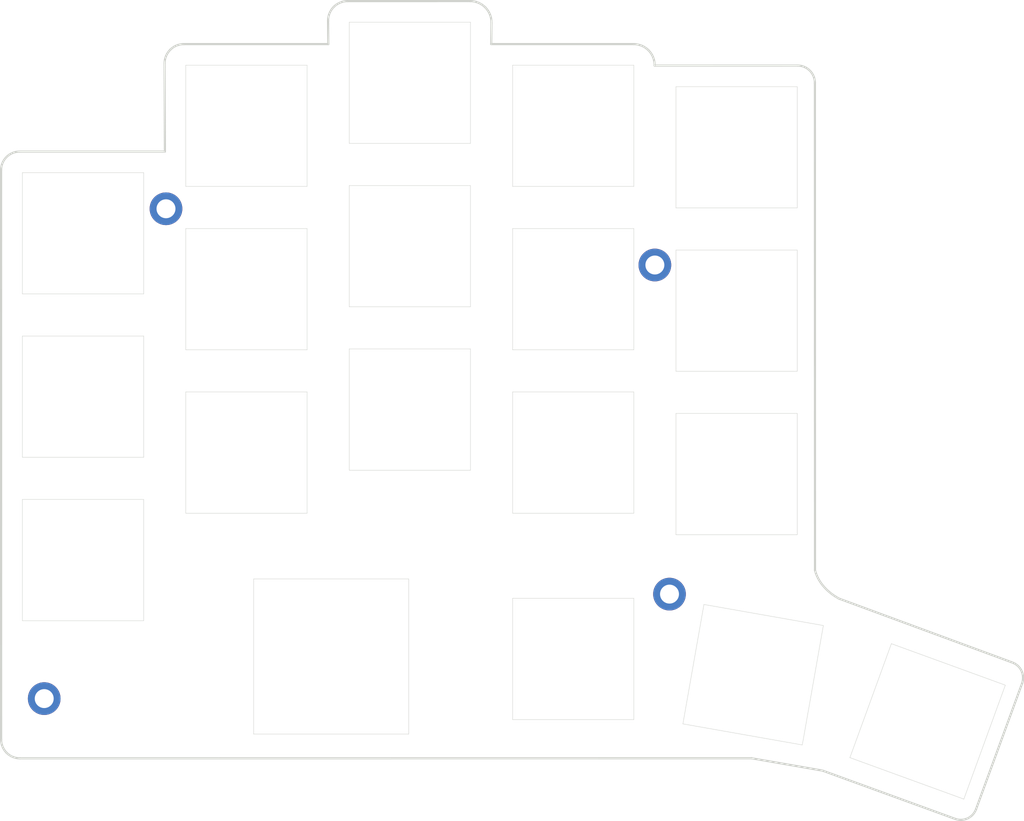
<source format=kicad_pcb>
(kicad_pcb (version 20171130) (host pcbnew "(5.1.10)-1")

  (general
    (thickness 1.6)
    (drawings 202)
    (tracks 0)
    (zones 0)
    (modules 4)
    (nets 1)
  )

  (page A4)
  (layers
    (0 F.Cu signal)
    (31 B.Cu signal)
    (32 B.Adhes user)
    (33 F.Adhes user)
    (34 B.Paste user)
    (35 F.Paste user)
    (36 B.SilkS user)
    (37 F.SilkS user)
    (38 B.Mask user)
    (39 F.Mask user)
    (40 Dwgs.User user)
    (41 Cmts.User user)
    (42 Eco1.User user)
    (43 Eco2.User user)
    (44 Edge.Cuts user)
    (45 Margin user)
    (46 B.CrtYd user)
    (47 F.CrtYd user)
    (48 B.Fab user)
    (49 F.Fab user)
  )

  (setup
    (last_trace_width 0.254)
    (trace_clearance 0.2)
    (zone_clearance 0.508)
    (zone_45_only no)
    (trace_min 0.2)
    (via_size 0.8)
    (via_drill 0.4)
    (via_min_size 0.4)
    (via_min_drill 0.3)
    (uvia_size 0.3)
    (uvia_drill 0.1)
    (uvias_allowed no)
    (uvia_min_size 0.2)
    (uvia_min_drill 0.1)
    (edge_width 0.05)
    (segment_width 0.2)
    (pcb_text_width 0.3)
    (pcb_text_size 1.5 1.5)
    (mod_edge_width 0.12)
    (mod_text_size 1 1)
    (mod_text_width 0.15)
    (pad_size 1.524 1.524)
    (pad_drill 0.762)
    (pad_to_mask_clearance 0)
    (aux_axis_origin 0 0)
    (grid_origin 145.852593 65.458404)
    (visible_elements 7FFFFFFF)
    (pcbplotparams
      (layerselection 0x010fc_ffffffff)
      (usegerberextensions false)
      (usegerberattributes true)
      (usegerberadvancedattributes true)
      (creategerberjobfile true)
      (excludeedgelayer true)
      (linewidth 0.100000)
      (plotframeref false)
      (viasonmask false)
      (mode 1)
      (useauxorigin false)
      (hpglpennumber 1)
      (hpglpenspeed 20)
      (hpglpendiameter 15.000000)
      (psnegative false)
      (psa4output false)
      (plotreference true)
      (plotvalue true)
      (plotinvisibletext false)
      (padsonsilk false)
      (subtractmaskfromsilk false)
      (outputformat 1)
      (mirror false)
      (drillshape 0)
      (scaleselection 1)
      (outputdirectory "gerbers/"))
  )

  (net 0 "")

  (net_class Default "This is the default net class."
    (clearance 0.2)
    (trace_width 0.254)
    (via_dia 0.8)
    (via_drill 0.4)
    (uvia_dia 0.3)
    (uvia_drill 0.1)
  )

  (net_class Power ""
    (clearance 0.2)
    (trace_width 0.381)
    (via_dia 0.8)
    (via_drill 0.4)
    (uvia_dia 0.3)
    (uvia_drill 0.1)
  )

  (module MountingHole:MountingHole_2.2mm_M2_DIN965_Pad (layer F.Cu) (tedit 56D1B4CB) (tstamp 61821F1C)
    (at 56.477588 112.136485)
    (descr "Mounting Hole 2.2mm, M2, DIN965")
    (tags "mounting hole 2.2mm m2 din965")
    (attr virtual)
    (fp_text reference "" (at 0 -4.2) (layer F.SilkS)
      (effects (font (size 1 1) (thickness 0.15)))
    )
    (fp_text value "" (at 0 4.2) (layer F.Fab)
      (effects (font (size 1 1) (thickness 0.15)))
    )
    (fp_circle (center 0 0) (end 1.9 0) (layer Cmts.User) (width 0.15))
    (fp_circle (center 0 0) (end 2.15 0) (layer F.CrtYd) (width 0.05))
    (fp_text user %R (at 0.3 0) (layer F.Fab)
      (effects (font (size 1 1) (thickness 0.15)))
    )
    (pad 1 thru_hole circle (at 0 0) (size 3.8 3.8) (drill 2.2) (layers *.Cu *.Mask))
  )

  (module MountingHole:MountingHole_2.2mm_M2_DIN965_Pad (layer F.Cu) (tedit 56D1B4CB) (tstamp 61821F1C)
    (at 70.637589 55.176487)
    (descr "Mounting Hole 2.2mm, M2, DIN965")
    (tags "mounting hole 2.2mm m2 din965")
    (attr virtual)
    (fp_text reference "" (at 0 -4.2) (layer F.SilkS)
      (effects (font (size 1 1) (thickness 0.15)))
    )
    (fp_text value "" (at 0 4.2) (layer F.Fab)
      (effects (font (size 1 1) (thickness 0.15)))
    )
    (fp_circle (center 0 0) (end 1.9 0) (layer Cmts.User) (width 0.15))
    (fp_circle (center 0 0) (end 2.15 0) (layer F.CrtYd) (width 0.05))
    (fp_text user %R (at 0.3 0) (layer F.Fab)
      (effects (font (size 1 1) (thickness 0.15)))
    )
    (pad 1 thru_hole circle (at 0 0) (size 3.8 3.8) (drill 2.2) (layers *.Cu *.Mask))
  )

  (module MountingHole:MountingHole_2.2mm_M2_DIN965_Pad (layer F.Cu) (tedit 56D1B4CB) (tstamp 61821F1C)
    (at 127.487585 61.716488)
    (descr "Mounting Hole 2.2mm, M2, DIN965")
    (tags "mounting hole 2.2mm m2 din965")
    (attr virtual)
    (fp_text reference "" (at 0 -4.2) (layer F.SilkS)
      (effects (font (size 1 1) (thickness 0.15)))
    )
    (fp_text value "" (at 0 4.2) (layer F.Fab)
      (effects (font (size 1 1) (thickness 0.15)))
    )
    (fp_circle (center 0 0) (end 1.9 0) (layer Cmts.User) (width 0.15))
    (fp_circle (center 0 0) (end 2.15 0) (layer F.CrtYd) (width 0.05))
    (fp_text user %R (at 0.3 0) (layer F.Fab)
      (effects (font (size 1 1) (thickness 0.15)))
    )
    (pad 1 thru_hole circle (at 0 0) (size 3.8 3.8) (drill 2.2) (layers *.Cu *.Mask))
  )

  (module MountingHole:MountingHole_2.2mm_M2_DIN965_Pad (layer F.Cu) (tedit 56D1B4CB) (tstamp 61821E14)
    (at 129.187674 99.986757)
    (descr "Mounting Hole 2.2mm, M2, DIN965")
    (tags "mounting hole 2.2mm m2 din965")
    (attr virtual)
    (fp_text reference "" (at 0 -4.2) (layer F.SilkS)
      (effects (font (size 1 1) (thickness 0.15)))
    )
    (fp_text value "" (at 0 4.2) (layer F.Fab)
      (effects (font (size 1 1) (thickness 0.15)))
    )
    (fp_circle (center 0 0) (end 1.9 0) (layer Cmts.User) (width 0.15))
    (fp_circle (center 0 0) (end 2.15 0) (layer F.CrtYd) (width 0.05))
    (fp_text user %R (at 0.3 0) (layer F.Fab)
      (effects (font (size 1 1) (thickness 0.15)))
    )
    (pad 1 thru_hole circle (at 0 0) (size 3.8 3.8) (drill 2.2) (layers *.Cu *.Mask))
  )

  (gr_line (start 133.193918 101.19129) (end 130.745479 115.077079) (layer Edge.Cuts) (width 0.05) (tstamp 61B3843E))
  (gr_line (start 130.745479 115.077079) (end 144.631268 117.525518) (layer Edge.Cuts) (width 0.05) (tstamp 61B3843D))
  (gr_line (start 147.079707 103.639729) (end 133.193918 101.19129) (layer Edge.Cuts) (width 0.05) (tstamp 61B3843C))
  (gr_line (start 144.631268 117.525518) (end 147.079707 103.639729) (layer Edge.Cuts) (width 0.05) (tstamp 61B3843B))
  (gr_line (start 163.416184 123.824479) (end 168.238668 110.574813) (layer Edge.Cuts) (width 0.05) (tstamp 61B3843B))
  (gr_line (start 150.166518 119.001995) (end 163.416184 123.824479) (layer Edge.Cuts) (width 0.05) (tstamp 61B3843D))
  (gr_line (start 168.238668 110.574813) (end 154.989002 105.752329) (layer Edge.Cuts) (width 0.05) (tstamp 61B3843C))
  (gr_line (start 154.989002 105.752329) (end 150.166518 119.001995) (layer Edge.Cuts) (width 0.05) (tstamp 61B3843E))
  (gr_line (start 110.942593 114.578404) (end 125.042593 114.578404) (layer Edge.Cuts) (width 0.05) (tstamp 61B3843D))
  (gr_line (start 125.042593 100.478404) (end 110.942593 100.478404) (layer Edge.Cuts) (width 0.05) (tstamp 61B3843C))
  (gr_line (start 125.042593 114.578404) (end 125.042593 100.478404) (layer Edge.Cuts) (width 0.05) (tstamp 61B3843B))
  (gr_line (start 110.942593 100.478404) (end 110.942593 114.578404) (layer Edge.Cuts) (width 0.05) (tstamp 61B3843E))
  (gr_line (start 98.862593 116.258404) (end 98.862593 98.224404) (layer Edge.Cuts) (width 0.05))
  (gr_line (start 98.862593 98.224404) (end 80.828593 98.224404) (layer Edge.Cuts) (width 0.05) (tstamp 61B38410))
  (gr_line (start 80.828593 98.224404) (end 80.828593 116.258404) (layer Edge.Cuts) (width 0.05))
  (gr_line (start 80.828593 116.258404) (end 98.862593 116.258404) (layer Edge.Cuts) (width 0.05))
  (gr_line (start 144.042593 93.078404) (end 144.042593 78.978404) (layer Edge.Cuts) (width 0.05) (tstamp 61B3843B))
  (gr_line (start 129.942593 78.978404) (end 129.942593 93.078404) (layer Edge.Cuts) (width 0.05) (tstamp 61B3843E))
  (gr_line (start 129.942593 93.078404) (end 144.042593 93.078404) (layer Edge.Cuts) (width 0.05) (tstamp 61B3843D))
  (gr_line (start 144.042593 78.978404) (end 129.942593 78.978404) (layer Edge.Cuts) (width 0.05) (tstamp 61B3843C))
  (gr_line (start 144.042593 74.078404) (end 144.042593 59.978404) (layer Edge.Cuts) (width 0.05) (tstamp 61B3843B))
  (gr_line (start 129.942593 55.078404) (end 144.042593 55.078404) (layer Edge.Cuts) (width 0.05) (tstamp 61B3843D))
  (gr_line (start 144.042593 40.978404) (end 129.942593 40.978404) (layer Edge.Cuts) (width 0.05) (tstamp 61B3843C))
  (gr_line (start 144.042593 55.078404) (end 144.042593 40.978404) (layer Edge.Cuts) (width 0.05) (tstamp 61B3843B))
  (gr_line (start 144.042593 59.978404) (end 129.942593 59.978404) (layer Edge.Cuts) (width 0.05) (tstamp 61B3843C))
  (gr_line (start 129.942593 74.078404) (end 144.042593 74.078404) (layer Edge.Cuts) (width 0.05) (tstamp 61B3843D))
  (gr_line (start 129.942593 40.978404) (end 129.942593 55.078404) (layer Edge.Cuts) (width 0.05) (tstamp 61B3843E))
  (gr_line (start 106.042593 47.578404) (end 106.042593 33.478404) (layer Edge.Cuts) (width 0.05) (tstamp 61B3843B))
  (gr_line (start 110.942593 38.478404) (end 110.942593 52.578404) (layer Edge.Cuts) (width 0.05) (tstamp 61B3843E))
  (gr_line (start 125.042593 52.578404) (end 125.042593 38.478404) (layer Edge.Cuts) (width 0.05) (tstamp 61B3843B))
  (gr_line (start 91.942593 47.578404) (end 106.042593 47.578404) (layer Edge.Cuts) (width 0.05) (tstamp 61B3843D))
  (gr_line (start 91.942593 33.478404) (end 91.942593 47.578404) (layer Edge.Cuts) (width 0.05) (tstamp 61B3843E))
  (gr_line (start 72.942593 38.478404) (end 72.942593 52.578404) (layer Edge.Cuts) (width 0.05) (tstamp 61B3843E))
  (gr_line (start 87.042593 52.578404) (end 87.042593 38.478404) (layer Edge.Cuts) (width 0.05) (tstamp 61B3843B))
  (gr_line (start 129.942593 59.978404) (end 129.942593 74.078404) (layer Edge.Cuts) (width 0.05) (tstamp 61B3843E))
  (gr_line (start 110.942593 57.478404) (end 110.942593 71.578404) (layer Edge.Cuts) (width 0.05) (tstamp 61B3843E))
  (gr_line (start 110.942593 71.578404) (end 125.042593 71.578404) (layer Edge.Cuts) (width 0.05) (tstamp 61B3843D))
  (gr_line (start 72.942593 57.478404) (end 72.942593 71.578404) (layer Edge.Cuts) (width 0.05) (tstamp 61B3843E))
  (gr_line (start 91.942593 71.478404) (end 91.942593 85.578404) (layer Edge.Cuts) (width 0.05) (tstamp 61B3843E))
  (gr_line (start 125.042593 71.578404) (end 125.042593 57.478404) (layer Edge.Cuts) (width 0.05) (tstamp 61B3843B))
  (gr_line (start 106.042593 71.478404) (end 91.942593 71.478404) (layer Edge.Cuts) (width 0.05) (tstamp 61B3843C))
  (gr_line (start 106.042593 85.578404) (end 106.042593 71.478404) (layer Edge.Cuts) (width 0.05) (tstamp 61B3843B))
  (gr_line (start 68.042593 84.078404) (end 68.042593 69.978404) (layer Edge.Cuts) (width 0.05) (tstamp 61B3843B))
  (gr_line (start 87.042593 71.578404) (end 87.042593 57.478404) (layer Edge.Cuts) (width 0.05) (tstamp 61B3843B))
  (gr_line (start 68.042593 69.978404) (end 53.942593 69.978404) (layer Edge.Cuts) (width 0.05) (tstamp 61B3843C))
  (gr_line (start 72.942593 71.578404) (end 87.042593 71.578404) (layer Edge.Cuts) (width 0.05) (tstamp 61B3843D))
  (gr_line (start 72.942593 76.478404) (end 72.942593 90.578404) (layer Edge.Cuts) (width 0.05) (tstamp 61B3843E))
  (gr_line (start 91.942593 85.578404) (end 106.042593 85.578404) (layer Edge.Cuts) (width 0.05) (tstamp 61B3843D))
  (gr_line (start 72.942593 90.578404) (end 87.042593 90.578404) (layer Edge.Cuts) (width 0.05) (tstamp 61B3843D))
  (gr_line (start 87.042593 76.478404) (end 72.942593 76.478404) (layer Edge.Cuts) (width 0.05) (tstamp 61B3843C))
  (gr_line (start 87.042593 90.578404) (end 87.042593 76.478404) (layer Edge.Cuts) (width 0.05) (tstamp 61B3843B))
  (gr_line (start 68.042593 103.078404) (end 68.042593 88.978404) (layer Edge.Cuts) (width 0.05) (tstamp 61B3843B))
  (gr_line (start 53.942593 103.078404) (end 68.042593 103.078404) (layer Edge.Cuts) (width 0.05) (tstamp 61B3843D))
  (gr_line (start 53.942593 84.078404) (end 68.042593 84.078404) (layer Edge.Cuts) (width 0.05) (tstamp 61B3843D))
  (gr_line (start 68.042593 88.978404) (end 53.942593 88.978404) (layer Edge.Cuts) (width 0.05) (tstamp 61B3843C))
  (gr_line (start 110.942593 76.478404) (end 110.942593 90.578404) (layer Edge.Cuts) (width 0.05) (tstamp 61B3843E))
  (gr_line (start 125.042593 76.478404) (end 110.942593 76.478404) (layer Edge.Cuts) (width 0.05) (tstamp 61B3843C))
  (gr_line (start 125.042593 90.578404) (end 125.042593 76.478404) (layer Edge.Cuts) (width 0.05) (tstamp 61B3843B))
  (gr_line (start 110.942593 90.578404) (end 125.042593 90.578404) (layer Edge.Cuts) (width 0.05) (tstamp 61B3843D))
  (gr_line (start 125.042593 57.478404) (end 110.942593 57.478404) (layer Edge.Cuts) (width 0.05) (tstamp 61B3843C))
  (gr_line (start 106.042593 52.478404) (end 91.942593 52.478404) (layer Edge.Cuts) (width 0.05) (tstamp 61B3843C))
  (gr_line (start 106.042593 66.578404) (end 106.042593 52.478404) (layer Edge.Cuts) (width 0.05) (tstamp 61B3843B))
  (gr_line (start 110.942593 52.578404) (end 125.042593 52.578404) (layer Edge.Cuts) (width 0.05) (tstamp 61B3843D))
  (gr_line (start 91.942593 66.578404) (end 106.042593 66.578404) (layer Edge.Cuts) (width 0.05) (tstamp 61B3843D))
  (gr_line (start 125.042593 38.478404) (end 110.942593 38.478404) (layer Edge.Cuts) (width 0.05) (tstamp 61B3843C))
  (gr_line (start 106.042593 33.478404) (end 91.942593 33.478404) (layer Edge.Cuts) (width 0.05) (tstamp 61B3843C))
  (gr_line (start 91.942593 52.478404) (end 91.942593 66.578404) (layer Edge.Cuts) (width 0.05) (tstamp 61B3843E))
  (gr_line (start 72.942593 52.578404) (end 87.042593 52.578404) (layer Edge.Cuts) (width 0.05) (tstamp 61B3843D))
  (gr_line (start 87.042593 57.478404) (end 72.942593 57.478404) (layer Edge.Cuts) (width 0.05) (tstamp 61B3843C))
  (gr_line (start 87.042593 38.478404) (end 72.942593 38.478404) (layer Edge.Cuts) (width 0.05) (tstamp 61B3843C))
  (gr_line (start 53.942593 65.078404) (end 68.042593 65.078404) (layer Edge.Cuts) (width 0.05) (tstamp 61B3843D))
  (gr_line (start 53.942593 88.978404) (end 53.942593 103.078404) (layer Edge.Cuts) (width 0.05) (tstamp 61B3843E))
  (gr_line (start 53.942593 69.978404) (end 53.942593 84.078404) (layer Edge.Cuts) (width 0.05) (tstamp 61B3843E))
  (gr_line (start 68.042593 65.078404) (end 68.042593 50.978404) (layer Edge.Cuts) (width 0.05) (tstamp 61B3843B))
  (gr_line (start 53.942593 50.978404) (end 53.942593 65.078404) (layer Edge.Cuts) (width 0.05) (tstamp 61B3843E))
  (gr_line (start 68.042593 50.978404) (end 53.942593 50.978404) (layer Edge.Cuts) (width 0.05) (tstamp 61B3843C))
  (gr_curve (pts (xy 54.49676 116.588421) (xy 54.520043 116.220121) (xy 54.412093 115.892037) (xy 54.175026 115.612637)) (layer F.SilkS) (width 0.00192))
  (gr_curve (pts (xy 63.420626 115.202004) (xy 63.365593 115.240104) (xy 63.316909 115.271854) (xy 63.270343 115.307838)) (layer B.SilkS) (width 0.00192))
  (gr_curve (pts (xy 54.43326 115.625337) (xy 54.824843 116.114287) (xy 54.841776 116.802204) (xy 54.456543 117.318671)) (layer F.SilkS) (width 0.00192))
  (gr_curve (pts (xy 53.700893 115.151204) (xy 53.997226 115.227404) (xy 54.24276 115.386154) (xy 54.43326 115.625337)) (layer F.SilkS) (width 0.00192))
  (gr_curve (pts (xy 64.360426 117.297504) (xy 63.958259 116.778921) (xy 63.987893 116.116404) (xy 64.301159 115.663438)) (layer B.SilkS) (width 0.00192))
  (gr_curve (pts (xy 64.779526 115.403088) (xy 64.728726 115.447537) (xy 64.680043 115.494104) (xy 64.635593 115.544904)) (layer B.SilkS) (width 0.00192))
  (gr_line (start 60.781143 116.482588) (end 60.781143 116.482588) (layer B.SilkS) (width 0.00192))
  (gr_curve (pts (xy 63.435443 117.714488) (xy 63.014226 117.926154) (xy 62.277626 117.875354) (xy 61.835243 117.318671)) (layer B.SilkS) (width 0.00192))
  (gr_line (start 53.294493 117.856304) (end 53.294493 117.856304) (layer B.SilkS) (width 0.00192))
  (gr_curve (pts (xy 54.507343 116.596888) (xy 54.530626 116.228588) (xy 54.422676 115.900504) (xy 54.185609 115.621104)) (layer B.SilkS) (width 0.00192))
  (gr_curve (pts (xy 64.301159 115.663438) (xy 64.474726 115.411554) (xy 64.705443 115.231638) (xy 64.995426 115.134271)) (layer B.SilkS) (width 0.00192))
  (gr_curve (pts (xy 63.299976 117.619238) (xy 63.342309 117.650988) (xy 63.388876 117.680621) (xy 63.435443 117.714488)) (layer B.SilkS) (width 0.00192))
  (gr_curve (pts (xy 64.305393 116.275154) (xy 64.294809 116.342888) (xy 64.294809 116.408504) (xy 64.299043 116.476237)) (layer B.SilkS) (width 0.00192))
  (gr_curve (pts (xy 65.128776 115.187188) (xy 65.065276 115.218938) (xy 65.001776 115.248571) (xy 64.942509 115.284554)) (layer B.SilkS) (width 0.00192))
  (gr_curve (pts (xy 54.185609 115.621104) (xy 53.950659 115.341704) (xy 53.641626 115.185071) (xy 53.279676 115.132154)) (layer B.SilkS) (width 0.00192))
  (gr_curve (pts (xy 56.945743 115.599938) (xy 57.369076 116.086771) (xy 57.381776 116.853004) (xy 56.973259 117.356771)) (layer B.SilkS) (width 0.00192))
  (gr_curve (pts (xy 65.503426 115.068654) (xy 65.448393 115.108871) (xy 65.380659 115.102521) (xy 65.319276 115.121571)) (layer B.SilkS) (width 0.00192))
  (gr_curve (pts (xy 55.432326 117.718721) (xy 55.739243 117.536688) (xy 55.910693 117.259404) (xy 55.974193 116.916504)) (layer B.SilkS) (width 0.00192))
  (gr_curve (pts (xy 55.394226 117.756821) (xy 55.398459 117.735654) (xy 55.415393 117.729304) (xy 55.432326 117.718721)) (layer B.SilkS) (width 0.00192))
  (gr_line (start 55.394226 117.756821) (end 55.394226 117.756821) (layer B.SilkS) (width 0.00192))
  (gr_curve (pts (xy 59.506909 117.843604) (xy 58.670826 117.898638) (xy 58.084509 117.248821) (xy 58.040059 116.575721)) (layer B.SilkS) (width 0.00192))
  (gr_curve (pts (xy 64.995426 115.134271) (xy 65.160526 115.079238) (xy 65.329859 115.051721) (xy 65.503426 115.068654)) (layer B.SilkS) (width 0.00192))
  (gr_curve (pts (xy 64.942509 115.284554) (xy 64.885359 115.320538) (xy 64.830326 115.358638) (xy 64.779526 115.403088)) (layer B.SilkS) (width 0.00192))
  (gr_curve (pts (xy 64.30751 116.668854) (xy 64.41546 117.231887) (xy 64.84726 117.701787) (xy 65.522476 117.788571)) (layer F.SilkS) (width 0.00192))
  (gr_curve (pts (xy 56.93516 115.591471) (xy 57.358493 116.078304) (xy 57.371193 116.844537) (xy 56.962676 117.348304)) (layer F.SilkS) (width 0.00192))
  (gr_curve (pts (xy 65.492843 115.060187) (xy 65.43781 115.100404) (xy 65.370076 115.094054) (xy 65.308693 115.113104)) (layer F.SilkS) (width 0.00192))
  (gr_curve (pts (xy 64.29481 116.266687) (xy 64.284226 116.334421) (xy 64.284226 116.400037) (xy 64.28846 116.46777)) (layer F.SilkS) (width 0.00192))
  (gr_curve (pts (xy 55.37306 115.227404) (xy 55.726543 115.03902) (xy 56.448326 115.032671) (xy 56.93516 115.591471)) (layer F.SilkS) (width 0.00192))
  (gr_line (start 65.522476 117.788571) (end 65.522476 117.788571) (layer F.SilkS) (width 0.00192))
  (gr_curve (pts (xy 55.44291 115.282437) (xy 55.419626 115.265504) (xy 55.387876 115.257037) (xy 55.37306 115.227404)) (layer F.SilkS) (width 0.00192))
  (gr_line (start 53.28391 117.847837) (end 53.28391 117.847837) (layer F.SilkS) (width 0.00192))
  (gr_curve (pts (xy 64.28846 116.46777) (xy 64.292693 116.535504) (xy 64.29481 116.603237) (xy 64.30751 116.668854)) (layer F.SilkS) (width 0.00192))
  (gr_curve (pts (xy 65.308693 115.113104) (xy 65.245193 115.134271) (xy 65.179576 115.149087) (xy 65.118193 115.178721)) (layer F.SilkS) (width 0.00192))
  (gr_curve (pts (xy 54.456543 117.318671) (xy 54.12846 117.763171) (xy 53.56331 117.921921) (xy 53.28391 117.847837)) (layer F.SilkS) (width 0.00192))
  (gr_curve (pts (xy 55.421743 117.710254) (xy 55.72866 117.528221) (xy 55.90011 117.250937) (xy 55.96361 116.908037)) (layer F.SilkS) (width 0.00192))
  (gr_curve (pts (xy 64.502243 115.695187) (xy 64.464143 115.750221) (xy 64.432393 115.809487) (xy 64.406993 115.872987)) (layer F.SilkS) (width 0.00192))
  (gr_curve (pts (xy 55.96361 116.908037) (xy 56.02711 116.567254) (xy 56.02076 116.226471) (xy 55.914926 115.894154)) (layer F.SilkS) (width 0.00192))
  (gr_curve (pts (xy 62.85336 115.913204) (xy 62.75811 116.292087) (xy 62.75811 116.668854) (xy 62.874526 117.043504)) (layer F.SilkS) (width 0.00192))
  (gr_curve (pts (xy 63.289393 117.610771) (xy 63.331726 117.642521) (xy 63.378293 117.672154) (xy 63.42486 117.706021)) (layer F.SilkS) (width 0.00192))
  (gr_curve (pts (xy 53.28391 117.847837) (xy 54.111526 117.722954) (xy 54.46501 117.071021) (xy 54.49676 116.588421)) (layer F.SilkS) (width 0.00192))
  (gr_curve (pts (xy 65.522476 117.788571) (xy 65.19651 117.862654) (xy 64.65676 117.686971) (xy 64.349843 117.289037)) (layer F.SilkS) (width 0.00192))
  (gr_curve (pts (xy 64.768943 115.394621) (xy 64.718143 115.43907) (xy 64.66946 115.485637) (xy 64.62501 115.536437)) (layer F.SilkS) (width 0.00192))
  (gr_curve (pts (xy 64.290576 115.654971) (xy 64.464143 115.403087) (xy 64.69486 115.223171) (xy 64.984843 115.125804)) (layer F.SilkS) (width 0.00192))
  (gr_curve (pts (xy 63.410043 115.193537) (xy 63.35501 115.231637) (xy 63.306326 115.263387) (xy 63.25976 115.299371)) (layer F.SilkS) (width 0.00192))
  (gr_curve (pts (xy 64.62501 115.536437) (xy 64.58056 115.587237) (xy 64.540343 115.642271) (xy 64.502243 115.695187)) (layer F.SilkS) (width 0.00192))
  (gr_line (start 60.77056 116.474121) (end 60.77056 116.474121) (layer F.SilkS) (width 0.00192))
  (gr_curve (pts (xy 53.294493 117.856304) (xy 54.122109 117.731421) (xy 54.475593 117.079488) (xy 54.507343 116.596888)) (layer B.SilkS) (width 0.00192))
  (gr_curve (pts (xy 53.279676 115.132154) (xy 53.427843 115.100404) (xy 53.56966 115.123688) (xy 53.711476 115.159671)) (layer B.SilkS) (width 0.00192))
  (gr_curve (pts (xy 55.453493 115.290904) (xy 55.430209 115.273971) (xy 55.398459 115.265504) (xy 55.383643 115.235871)) (layer B.SilkS) (width 0.00192))
  (gr_curve (pts (xy 55.974193 116.916504) (xy 56.037693 116.575721) (xy 56.031343 116.234938) (xy 55.925509 115.902621)) (layer B.SilkS) (width 0.00192))
  (gr_curve (pts (xy 54.467126 117.327138) (xy 54.139043 117.771638) (xy 53.573893 117.930388) (xy 53.294493 117.856304)) (layer B.SilkS) (width 0.00192))
  (gr_curve (pts (xy 64.417576 115.881454) (xy 64.392176 115.942838) (xy 64.366776 116.006338) (xy 64.347726 116.069838)) (layer B.SilkS) (width 0.00192))
  (gr_curve (pts (xy 64.347726 116.069838) (xy 64.328676 116.137571) (xy 64.315976 116.207421) (xy 64.305393 116.275154)) (layer B.SilkS) (width 0.00192))
  (gr_curve (pts (xy 53.711476 115.159671) (xy 54.007809 115.235871) (xy 54.253343 115.394621) (xy 54.443843 115.633804)) (layer B.SilkS) (width 0.00192))
  (gr_curve (pts (xy 64.318093 116.677321) (xy 64.426043 117.240354) (xy 64.857843 117.710254) (xy 65.533059 117.797038)) (layer B.SilkS) (width 0.00192))
  (gr_curve (pts (xy 65.319276 115.121571) (xy 65.255776 115.142738) (xy 65.190159 115.157554) (xy 65.128776 115.187188)) (layer B.SilkS) (width 0.00192))
  (gr_curve (pts (xy 64.635593 115.544904) (xy 64.591143 115.595704) (xy 64.550926 115.650738) (xy 64.512826 115.703654)) (layer B.SilkS) (width 0.00192))
  (gr_curve (pts (xy 55.383643 115.235871) (xy 55.737126 115.047487) (xy 56.458909 115.041138) (xy 56.945743 115.599938)) (layer B.SilkS) (width 0.00192))
  (gr_curve (pts (xy 58.040059 116.575721) (xy 57.985026 115.781971) (xy 58.600976 115.144854) (xy 59.333343 115.104638)) (layer B.SilkS) (width 0.00192))
  (gr_curve (pts (xy 60.781143 116.482588) (xy 60.785376 117.193787) (xy 60.220226 117.799154) (xy 59.506909 117.843604)) (layer B.SilkS) (width 0.00192))
  (gr_curve (pts (xy 55.925509 115.902621) (xy 55.842959 115.642271) (xy 55.675743 115.443304) (xy 55.453493 115.290904)) (layer B.SilkS) (width 0.00192))
  (gr_curve (pts (xy 62.885109 117.051971) (xy 62.959193 117.286921) (xy 63.101009 117.475304) (xy 63.299976 117.619238)) (layer B.SilkS) (width 0.00192))
  (gr_curve (pts (xy 56.973259 117.356771) (xy 56.501243 117.932504) (xy 55.760409 117.947321) (xy 55.394226 117.756821)) (layer B.SilkS) (width 0.00192))
  (gr_curve (pts (xy 64.512826 115.703654) (xy 64.474726 115.758688) (xy 64.442976 115.817954) (xy 64.417576 115.881454)) (layer B.SilkS) (width 0.00192))
  (gr_curve (pts (xy 61.835243 117.318671) (xy 61.411909 116.785271) (xy 61.445776 116.038088) (xy 61.879693 115.547021)) (layer B.SilkS) (width 0.00192))
  (gr_curve (pts (xy 61.879693 115.547021) (xy 62.349593 115.015738) (xy 63.073493 115.011504) (xy 63.420626 115.202004)) (layer B.SilkS) (width 0.00192))
  (gr_curve (pts (xy 54.443843 115.633804) (xy 54.835426 116.122754) (xy 54.852359 116.810671) (xy 54.467126 117.327138)) (layer B.SilkS) (width 0.00192))
  (gr_curve (pts (xy 64.299043 116.476237) (xy 64.303276 116.543971) (xy 64.305393 116.611704) (xy 64.318093 116.677321)) (layer B.SilkS) (width 0.00192))
  (gr_curve (pts (xy 62.863943 115.921671) (xy 62.768693 116.300554) (xy 62.768693 116.677321) (xy 62.885109 117.051971)) (layer B.SilkS) (width 0.00192))
  (gr_line (start 63.420626 115.202004) (end 63.420626 115.202004) (layer B.SilkS) (width 0.00192))
  (gr_curve (pts (xy 59.333343 115.104638) (xy 60.076293 115.062304) (xy 60.783259 115.650738) (xy 60.781143 116.482588)) (layer B.SilkS) (width 0.00192))
  (gr_curve (pts (xy 65.533059 117.797038) (xy 65.207093 117.871121) (xy 64.667343 117.695438) (xy 64.360426 117.297504)) (layer B.SilkS) (width 0.00192))
  (gr_curve (pts (xy 63.270343 115.307838) (xy 63.062909 115.464471) (xy 62.927443 115.671904) (xy 62.863943 115.921671)) (layer B.SilkS) (width 0.00192))
  (gr_line (start 65.533059 117.797038) (end 65.533059 117.797038) (layer B.SilkS) (width 0.00192))
  (gr_curve (pts (xy 62.874526 117.043504) (xy 62.94861 117.278454) (xy 63.090426 117.466837) (xy 63.289393 117.610771)) (layer F.SilkS) (width 0.00192))
  (gr_curve (pts (xy 54.175026 115.612637) (xy 53.940076 115.333237) (xy 53.631043 115.176604) (xy 53.269093 115.123687)) (layer F.SilkS) (width 0.00192))
  (gr_curve (pts (xy 61.82466 117.310204) (xy 61.401326 116.776804) (xy 61.435193 116.029621) (xy 61.86911 115.538554)) (layer F.SilkS) (width 0.00192))
  (gr_line (start 55.383643 117.748354) (end 55.383643 117.748354) (layer F.SilkS) (width 0.00192))
  (gr_curve (pts (xy 64.931926 115.276087) (xy 64.874776 115.312071) (xy 64.819743 115.350171) (xy 64.768943 115.394621)) (layer F.SilkS) (width 0.00192))
  (gr_curve (pts (xy 59.32276 115.096171) (xy 60.06571 115.053837) (xy 60.772676 115.642271) (xy 60.77056 116.474121)) (layer F.SilkS) (width 0.00192))
  (gr_line (start 63.410043 115.193537) (end 63.410043 115.193537) (layer F.SilkS) (width 0.00192))
  (gr_curve (pts (xy 55.383643 117.748354) (xy 55.387876 117.727187) (xy 55.40481 117.720837) (xy 55.421743 117.710254)) (layer F.SilkS) (width 0.00192))
  (gr_curve (pts (xy 60.77056 116.474121) (xy 60.774793 117.18532) (xy 60.209643 117.790687) (xy 59.496326 117.835137)) (layer F.SilkS) (width 0.00192))
  (gr_curve (pts (xy 63.42486 117.706021) (xy 63.003643 117.917687) (xy 62.267043 117.866887) (xy 61.82466 117.310204)) (layer F.SilkS) (width 0.00192))
  (gr_curve (pts (xy 56.962676 117.348304) (xy 56.49066 117.924037) (xy 55.749826 117.938854) (xy 55.383643 117.748354)) (layer F.SilkS) (width 0.00192))
  (gr_curve (pts (xy 53.269093 115.123687) (xy 53.41726 115.091937) (xy 53.559077 115.115221) (xy 53.700893 115.151204)) (layer F.SilkS) (width 0.00192))
  (gr_curve (pts (xy 64.406993 115.872987) (xy 64.381593 115.934371) (xy 64.356193 115.997871) (xy 64.337143 116.061371)) (layer F.SilkS) (width 0.00192))
  (gr_curve (pts (xy 58.029476 116.567254) (xy 57.974443 115.773504) (xy 58.590393 115.136387) (xy 59.32276 115.096171)) (layer F.SilkS) (width 0.00192))
  (gr_curve (pts (xy 64.349843 117.289037) (xy 63.947676 116.770454) (xy 63.97731 116.107937) (xy 64.290576 115.654971)) (layer F.SilkS) (width 0.00192))
  (gr_curve (pts (xy 59.496326 117.835137) (xy 58.660243 117.890171) (xy 58.073926 117.240354) (xy 58.029476 116.567254)) (layer F.SilkS) (width 0.00192))
  (gr_curve (pts (xy 55.914926 115.894154) (xy 55.832376 115.633804) (xy 55.66516 115.434837) (xy 55.44291 115.282437)) (layer F.SilkS) (width 0.00192))
  (gr_curve (pts (xy 64.984843 115.125804) (xy 65.149943 115.070771) (xy 65.319276 115.043254) (xy 65.492843 115.060187)) (layer F.SilkS) (width 0.00192))
  (gr_curve (pts (xy 64.337143 116.061371) (xy 64.318093 116.129104) (xy 64.305393 116.198954) (xy 64.29481 116.266687)) (layer F.SilkS) (width 0.00192))
  (gr_curve (pts (xy 65.118193 115.178721) (xy 65.054693 115.210471) (xy 64.991193 115.240104) (xy 64.931926 115.276087)) (layer F.SilkS) (width 0.00192))
  (gr_curve (pts (xy 63.25976 115.299371) (xy 63.052326 115.456004) (xy 62.91686 115.663437) (xy 62.85336 115.913204)) (layer F.SilkS) (width 0.00192))
  (gr_curve (pts (xy 61.86911 115.538554) (xy 62.33901 115.007271) (xy 63.06291 115.003037) (xy 63.410043 115.193537)) (layer F.SilkS) (width 0.00192))
  (gr_curve (pts (xy 148.900593 100.510404) (xy 147.62539 99.825266) (xy 146.480177 98.679288) (xy 146.106593 97.208404)) (layer Edge.Cuts) (width 0.25) (tstamp 61B37F8D))
  (gr_line (start 127.462596 38.525458) (end 144.074593 38.521704) (layer Edge.Cuts) (width 0.25) (tstamp 61A1B152))
  (gr_curve (pts (xy 52.107378 118.442147) (xy 51.696491 118.031238) (xy 51.465707 117.473922) (xy 51.465795 116.892833)) (layer Edge.Cuts) (width 0.25) (tstamp 61A1B14F))
  (gr_line (start 162.413393 126.126304) (end 146.983414 120.510248) (layer Edge.Cuts) (width 0.25) (tstamp 61A1B14A))
  (gr_line (start 146.983414 120.510248) (end 138.740593 119.076352) (layer Edge.Cuts) (width 0.25) (tstamp 61A1B148))
  (gr_line (start 138.740593 119.076352) (end 53.656647 119.083807) (layer Edge.Cuts) (width 0.25) (tstamp 61A1B146))
  (gr_line (start 51.465795 116.892833) (end 51.460425 50.682975) (layer Edge.Cuts) (width 0.25) (tstamp 61A1B145))
  (gr_curve (pts (xy 53.656647 119.083807) (xy 53.075559 119.083871) (xy 52.518255 118.85305) (xy 52.107378 118.442147)) (layer Edge.Cuts) (width 0.25) (tstamp 61A1B140))
  (gr_line (start 89.511871 36.027018) (end 89.484135 33.331526) (layer Edge.Cuts) (width 0.25) (tstamp 61A1B13F))
  (gr_line (start 70.511889 48.525643) (end 70.471881 38.284649) (layer Edge.Cuts) (width 0.25) (tstamp 61A1B13E))
  (gr_curve (pts (xy 106.005278 31.025537) (xy 106.667658 31.025516) (xy 107.30254 31.290364) (xy 107.768538 31.761096)) (layer Edge.Cuts) (width 0.25) (tstamp 61A1B13D))
  (gr_curve (pts (xy 126.761564 36.762361) (xy 127.222694 37.232854) (xy 127.475073 37.869129) (xy 127.461814 38.527787)) (layer Edge.Cuts) (width 0.25) (tstamp 61A1B13B))
  (gr_line (start 72.720645 36.027071) (end 89.511871 36.027018) (layer Edge.Cuts) (width 0.25) (tstamp 61A1B13A))
  (gr_curve (pts (xy 71.127405 36.688835) (xy 71.549388 36.265206) (xy 72.122705 36.027067) (xy 72.720645 36.027071)) (layer Edge.Cuts) (width 0.25) (tstamp 61A1B139))
  (gr_line (start 91.765892 31.026073) (end 106.005278 31.025537) (layer Edge.Cuts) (width 0.25) (tstamp 61A1B136))
  (gr_curve (pts (xy 51.460425 50.682975) (xy 51.46053 49.491857) (xy 52.426121 48.526319) (xy 53.617224 48.526272)) (layer Edge.Cuts) (width 0.25) (tstamp 61A1B135))
  (gr_line (start 108.486229 33.531712) (end 108.460889 36.027407) (layer Edge.Cuts) (width 0.25) (tstamp 61A1B132))
  (gr_curve (pts (xy 125.010556 36.02679) (xy 125.669347 36.026759) (xy 126.300428 36.291867) (xy 126.761564 36.762361)) (layer Edge.Cuts) (width 0.25) (tstamp 61A1B131))
  (gr_curve (pts (xy 107.768538 31.761096) (xy 108.234539 32.231831) (xy 108.492955 32.869372) (xy 108.486229 33.531712)) (layer Edge.Cuts) (width 0.25) (tstamp 61A1B130))
  (gr_curve (pts (xy 90.144071 31.702802) (xy 90.572656 31.269764) (xy 91.156625 31.026097) (xy 91.765892 31.026073)) (layer Edge.Cuts) (width 0.25) (tstamp 61A1B12F))
  (gr_curve (pts (xy 70.471881 38.284649) (xy 70.469542 37.686721) (xy 70.705435 37.112471) (xy 71.127405 36.688835)) (layer Edge.Cuts) (width 0.25) (tstamp 61A1B12E))
  (gr_line (start 108.460889 36.027407) (end 125.010556 36.02679) (layer Edge.Cuts) (width 0.25) (tstamp 61A1B12D))
  (gr_curve (pts (xy 89.484135 33.331526) (xy 89.477863 32.722285) (xy 89.715482 32.135838) (xy 90.144071 31.702802)) (layer Edge.Cuts) (width 0.25) (tstamp 61A1B12C))
  (gr_line (start 53.617224 48.526272) (end 70.511889 48.525643) (layer Edge.Cuts) (width 0.25) (tstamp 61A1B12B))
  (gr_line (start 169.055493 107.939904) (end 148.900593 100.510404) (layer Edge.Cuts) (width 0.25))
  (gr_line (start 164.836161 124.9926) (end 170.189197 110.362672) (layer Edge.Cuts) (width 0.25) (tstamp 61A1D0DF))
  (gr_curve (pts (xy 169.055493 107.939904) (xy 170.036565 108.296985) (xy 170.543651 109.380647) (xy 170.189197 110.362672)) (layer Edge.Cuts) (width 0.25) (tstamp 61A1D0C8))
  (gr_curve (pts (xy 164.836161 124.9926) (xy 164.47908 125.973672) (xy 163.395418 126.480758) (xy 162.413393 126.126304)) (layer Edge.Cuts) (width 0.25) (tstamp 61A1D0C8))
  (gr_curve (pts (xy 144.074593 38.521704) (xy 145.198592 38.521704) (xy 146.109796 39.432842) (xy 146.096972 40.572992)) (layer Edge.Cuts) (width 0.25))
  (gr_line (start 146.096972 40.572992) (end 146.106593 97.208404) (layer Edge.Cuts) (width 0.25))

)

</source>
